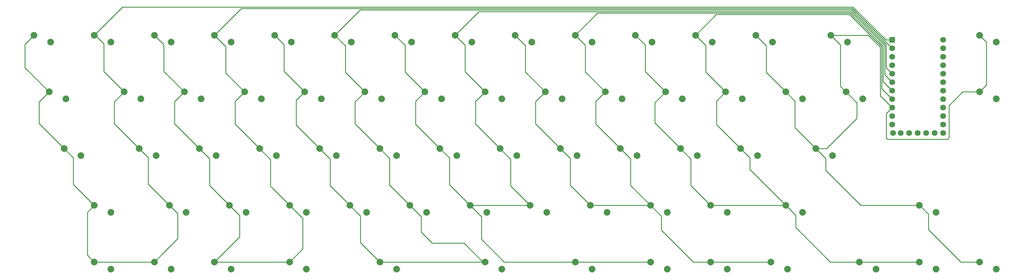
<source format=gtl>
%TF.GenerationSoftware,KiCad,Pcbnew,(6.0.1)*%
%TF.CreationDate,2022-02-09T02:20:10+01:00*%
%TF.ProjectId,choc660,63686f63-3636-4302-9e6b-696361645f70,rev?*%
%TF.SameCoordinates,Original*%
%TF.FileFunction,Copper,L1,Top*%
%TF.FilePolarity,Positive*%
%FSLAX46Y46*%
G04 Gerber Fmt 4.6, Leading zero omitted, Abs format (unit mm)*
G04 Created by KiCad (PCBNEW (6.0.1)) date 2022-02-09 02:20:10*
%MOMM*%
%LPD*%
G01*
G04 APERTURE LIST*
%TA.AperFunction,ComponentPad*%
%ADD10C,2.000000*%
%TD*%
%TA.AperFunction,ComponentPad*%
%ADD11R,1.752600X1.752600*%
%TD*%
%TA.AperFunction,ComponentPad*%
%ADD12C,1.752600*%
%TD*%
%TA.AperFunction,Conductor*%
%ADD13C,0.254000*%
%TD*%
G04 APERTURE END LIST*
D10*
%TO.P,SW26,1,1*%
%TO.N,Net-(D26-Pad2)*%
X162797500Y-95700000D03*
%TO.P,SW26,2,2*%
%TO.N,C2*%
X157797500Y-93600000D03*
%TD*%
%TO.P,SW18,1,1*%
%TO.N,Net-(D18-Pad2)*%
X140297500Y-129700000D03*
%TO.P,SW18,2,2*%
%TO.N,C1*%
X135297500Y-127600000D03*
%TD*%
%TO.P,SW25,1,1*%
%TO.N,Net-(D25-Pad2)*%
X176297500Y-163700000D03*
%TO.P,SW25,2,2*%
%TO.N,C2*%
X171297500Y-161600000D03*
%TD*%
%TO.P,SW54,1,1*%
%TO.N,Net-(D54-Pad2)*%
X275297500Y-146700000D03*
%TO.P,SW54,2,2*%
%TO.N,C5*%
X270297500Y-144600000D03*
%TD*%
%TO.P,SW45,1,1*%
%TO.N,Net-(D45-Pad2)*%
X275297500Y-163700000D03*
%TO.P,SW45,2,2*%
%TO.N,C4*%
X270297500Y-161600000D03*
%TD*%
%TO.P,SW63,1,1*%
%TO.N,Net-(D63-Pad2)*%
X306797500Y-129700000D03*
%TO.P,SW63,2,2*%
%TO.N,C6*%
X301797500Y-127600000D03*
%TD*%
%TO.P,SW55,1,1*%
%TO.N,Net-(D55-Pad2)*%
X319797500Y-163700000D03*
%TO.P,SW55,2,2*%
%TO.N,C5*%
X314797500Y-161600000D03*
%TD*%
%TO.P,SW35,1,1*%
%TO.N,Net-(D35-Pad2)*%
X234797500Y-163700000D03*
%TO.P,SW35,2,2*%
%TO.N,C3*%
X229797500Y-161600000D03*
%TD*%
%TO.P,SW61,1,1*%
%TO.N,Net-(D61-Pad2)*%
X288797500Y-95700000D03*
%TO.P,SW61,2,2*%
%TO.N,C6*%
X283797500Y-93600000D03*
%TD*%
%TO.P,SW64,1,1*%
%TO.N,Net-(D64-Pad2)*%
X337797500Y-146700000D03*
%TO.P,SW64,2,2*%
%TO.N,C6*%
X332797500Y-144600000D03*
%TD*%
%TO.P,SW11,1,1*%
%TO.N,Net-(D11-Pad2)*%
X108797500Y-95700000D03*
%TO.P,SW11,2,2*%
%TO.N,C1*%
X103797500Y-93600000D03*
%TD*%
%TO.P,SW49,1,1*%
%TO.N,Net-(D49-Pad2)*%
X257297500Y-146700000D03*
%TO.P,SW49,2,2*%
%TO.N,C4*%
X252297500Y-144600000D03*
%TD*%
%TO.P,SW19,1,1*%
%TO.N,Net-(D19-Pad2)*%
X149297500Y-146700000D03*
%TO.P,SW19,2,2*%
%TO.N,C1*%
X144297500Y-144600000D03*
%TD*%
%TO.P,SW31,1,1*%
%TO.N,Net-(D31-Pad2)*%
X180797500Y-95700000D03*
%TO.P,SW31,2,2*%
%TO.N,C3*%
X175797500Y-93600000D03*
%TD*%
%TO.P,SW17,1,1*%
%TO.N,Net-(D17-Pad2)*%
X135797500Y-112700000D03*
%TO.P,SW17,2,2*%
%TO.N,C1*%
X130797500Y-110600000D03*
%TD*%
%TO.P,SW16,1,1*%
%TO.N,Net-(D16-Pad2)*%
X126797500Y-95700000D03*
%TO.P,SW16,2,2*%
%TO.N,C1*%
X121797500Y-93600000D03*
%TD*%
%TO.P,SW66,1,1*%
%TO.N,Net-(D66-Pad2)*%
X311297500Y-95700000D03*
%TO.P,SW66,2,2*%
%TO.N,C6*%
X306297500Y-93600000D03*
%TD*%
%TO.P,SW32,1,1*%
%TO.N,Net-(D32-Pad2)*%
X189797500Y-112700000D03*
%TO.P,SW32,2,2*%
%TO.N,C3*%
X184797500Y-110600000D03*
%TD*%
%TO.P,SW62,1,1*%
%TO.N,Net-(D62-Pad2)*%
X297797500Y-112700000D03*
%TO.P,SW62,2,2*%
%TO.N,C6*%
X292797500Y-110600000D03*
%TD*%
%TO.P,SW47,1,1*%
%TO.N,Net-(D47-Pad2)*%
X243797500Y-112700000D03*
%TO.P,SW47,2,2*%
%TO.N,C4*%
X238797500Y-110600000D03*
%TD*%
%TO.P,SW34,1,1*%
%TO.N,Net-(D34-Pad2)*%
X203297500Y-146700000D03*
%TO.P,SW34,2,2*%
%TO.N,C3*%
X198297500Y-144600000D03*
%TD*%
%TO.P,SW52,1,1*%
%TO.N,Net-(D52-Pad2)*%
X261797500Y-112700000D03*
%TO.P,SW52,2,2*%
%TO.N,C5*%
X256797500Y-110600000D03*
%TD*%
%TO.P,SW20,1,1*%
%TO.N,Net-(D20-Pad2)*%
X149297500Y-163700000D03*
%TO.P,SW20,2,2*%
%TO.N,C1*%
X144297500Y-161600000D03*
%TD*%
%TO.P,SW38,1,1*%
%TO.N,Net-(D38-Pad2)*%
X212297500Y-129700000D03*
%TO.P,SW38,2,2*%
%TO.N,C3*%
X207297500Y-127600000D03*
%TD*%
%TO.P,SW56,1,1*%
%TO.N,Net-(D56-Pad2)*%
X270797500Y-95700000D03*
%TO.P,SW56,2,2*%
%TO.N,C5*%
X265797500Y-93600000D03*
%TD*%
%TO.P,SW2,1,1*%
%TO.N,Net-(D2-Pad2)*%
X77297500Y-112700000D03*
%TO.P,SW2,2,2*%
%TO.N,C0*%
X72297500Y-110600000D03*
%TD*%
%TO.P,SW43,1,1*%
%TO.N,Net-(D43-Pad2)*%
X230297500Y-129700000D03*
%TO.P,SW43,2,2*%
%TO.N,C4*%
X225297500Y-127600000D03*
%TD*%
%TO.P,SW7,1,1*%
%TO.N,Net-(D7-Pad2)*%
X99797500Y-112700000D03*
%TO.P,SW7,2,2*%
%TO.N,C0*%
X94797500Y-110600000D03*
%TD*%
%TO.P,SW12,1,1*%
%TO.N,Net-(D12-Pad2)*%
X117797500Y-112700000D03*
%TO.P,SW12,2,2*%
%TO.N,C1*%
X112797500Y-110600000D03*
%TD*%
%TO.P,SW58,1,1*%
%TO.N,Net-(D58-Pad2)*%
X284297500Y-129700000D03*
%TO.P,SW58,2,2*%
%TO.N,C5*%
X279297500Y-127600000D03*
%TD*%
%TO.P,SW22,1,1*%
%TO.N,Net-(D22-Pad2)*%
X153797500Y-112700000D03*
%TO.P,SW22,2,2*%
%TO.N,C2*%
X148797500Y-110600000D03*
%TD*%
%TO.P,SW1,1,1*%
%TO.N,Net-(D1-Pad2)*%
X72797500Y-95700000D03*
%TO.P,SW1,2,2*%
%TO.N,C0*%
X67797500Y-93600000D03*
%TD*%
%TO.P,SW10,1,1*%
%TO.N,Net-(D10-Pad2)*%
X108797500Y-163700000D03*
%TO.P,SW10,2,2*%
%TO.N,C0*%
X103797500Y-161600000D03*
%TD*%
%TO.P,SW24,1,1*%
%TO.N,Net-(D24-Pad2)*%
X167297500Y-146700000D03*
%TO.P,SW24,2,2*%
%TO.N,C2*%
X162297500Y-144600000D03*
%TD*%
%TO.P,SW30,1,1*%
%TO.N,Net-(D30-Pad2)*%
X207797500Y-163700000D03*
%TO.P,SW30,2,2*%
%TO.N,C2*%
X202797500Y-161600000D03*
%TD*%
%TO.P,SW67,1,1*%
%TO.N,Net-(D67-Pad2)*%
X315797500Y-112700000D03*
%TO.P,SW67,2,2*%
%TO.N,C6*%
X310797500Y-110600000D03*
%TD*%
%TO.P,SW44,1,1*%
%TO.N,Net-(D44-Pad2)*%
X239297500Y-146700000D03*
%TO.P,SW44,2,2*%
%TO.N,C4*%
X234297500Y-144600000D03*
%TD*%
%TO.P,SW50,1,1*%
%TO.N,Net-(D50-Pad2)*%
X293297500Y-163700000D03*
%TO.P,SW50,2,2*%
%TO.N,C4*%
X288297500Y-161600000D03*
%TD*%
%TO.P,SW29,1,1*%
%TO.N,Net-(D29-Pad2)*%
X185297500Y-146700000D03*
%TO.P,SW29,2,2*%
%TO.N,C2*%
X180297500Y-144600000D03*
%TD*%
%TO.P,SW28,1,1*%
%TO.N,Net-(D28-Pad2)*%
X176297500Y-129700000D03*
%TO.P,SW28,2,2*%
%TO.N,C2*%
X171297500Y-127600000D03*
%TD*%
%TO.P,SW40,1,1*%
%TO.N,Net-(D40-Pad2)*%
X257297500Y-163700000D03*
%TO.P,SW40,2,2*%
%TO.N,C3*%
X252297500Y-161600000D03*
%TD*%
%TO.P,SW13,1,1*%
%TO.N,Net-(D13-Pad2)*%
X122297500Y-129700000D03*
%TO.P,SW13,2,2*%
%TO.N,C1*%
X117297500Y-127600000D03*
%TD*%
%TO.P,SW68,1,1*%
%TO.N,Net-(D68-Pad2)*%
X355797500Y-95700000D03*
%TO.P,SW68,2,2*%
%TO.N,C6*%
X350797500Y-93600000D03*
%TD*%
%TO.P,SW59,1,1*%
%TO.N,Net-(D59-Pad2)*%
X297797500Y-146700000D03*
%TO.P,SW59,2,2*%
%TO.N,C5*%
X292797500Y-144600000D03*
%TD*%
%TO.P,SW37,1,1*%
%TO.N,Net-(D37-Pad2)*%
X207797500Y-112700000D03*
%TO.P,SW37,2,2*%
%TO.N,C3*%
X202797500Y-110600000D03*
%TD*%
%TO.P,SW3,1,1*%
%TO.N,Net-(D3-Pad2)*%
X81797500Y-129700000D03*
%TO.P,SW3,2,2*%
%TO.N,C0*%
X76797500Y-127600000D03*
%TD*%
%TO.P,SW53,1,1*%
%TO.N,Net-(D53-Pad2)*%
X266297500Y-129700000D03*
%TO.P,SW53,2,2*%
%TO.N,C5*%
X261297500Y-127600000D03*
%TD*%
%TO.P,SW60,1,1*%
%TO.N,Net-(D60-Pad2)*%
X337797500Y-163700000D03*
%TO.P,SW60,2,2*%
%TO.N,C5*%
X332797500Y-161600000D03*
%TD*%
%TO.P,SW6,1,1*%
%TO.N,Net-(D6-Pad2)*%
X90797500Y-95700000D03*
%TO.P,SW6,2,2*%
%TO.N,C0*%
X85797500Y-93600000D03*
%TD*%
%TO.P,SW51,1,1*%
%TO.N,Net-(D51-Pad2)*%
X252797500Y-95700000D03*
%TO.P,SW51,2,2*%
%TO.N,C5*%
X247797500Y-93600000D03*
%TD*%
%TO.P,SW46,1,1*%
%TO.N,Net-(D46-Pad2)*%
X234797500Y-95700000D03*
%TO.P,SW46,2,2*%
%TO.N,C4*%
X229797500Y-93600000D03*
%TD*%
%TO.P,SW57,1,1*%
%TO.N,Net-(D57-Pad2)*%
X279797500Y-112700000D03*
%TO.P,SW57,2,2*%
%TO.N,C5*%
X274797500Y-110600000D03*
%TD*%
%TO.P,SW33,1,1*%
%TO.N,Net-(D33-Pad2)*%
X194297500Y-129700000D03*
%TO.P,SW33,2,2*%
%TO.N,C3*%
X189297500Y-127600000D03*
%TD*%
%TO.P,SW42,1,1*%
%TO.N,Net-(D42-Pad2)*%
X225797500Y-112700000D03*
%TO.P,SW42,2,2*%
%TO.N,C4*%
X220797500Y-110600000D03*
%TD*%
%TO.P,SW27,1,1*%
%TO.N,Net-(D27-Pad2)*%
X171797500Y-112700000D03*
%TO.P,SW27,2,2*%
%TO.N,C2*%
X166797500Y-110600000D03*
%TD*%
%TO.P,SW36,1,1*%
%TO.N,Net-(D36-Pad2)*%
X198797500Y-95700000D03*
%TO.P,SW36,2,2*%
%TO.N,C3*%
X193797500Y-93600000D03*
%TD*%
%TO.P,SW5,1,1*%
%TO.N,Net-(D5-Pad2)*%
X90797500Y-163700000D03*
%TO.P,SW5,2,2*%
%TO.N,C0*%
X85797500Y-161600000D03*
%TD*%
%TO.P,SW14,1,1*%
%TO.N,Net-(D14-Pad2)*%
X131297500Y-146700000D03*
%TO.P,SW14,2,2*%
%TO.N,C1*%
X126297500Y-144600000D03*
%TD*%
%TO.P,SW8,1,1*%
%TO.N,Net-(D8-Pad2)*%
X104297500Y-129700000D03*
%TO.P,SW8,2,2*%
%TO.N,C0*%
X99297500Y-127600000D03*
%TD*%
%TO.P,SW48,1,1*%
%TO.N,Net-(D48-Pad2)*%
X248297500Y-129700000D03*
%TO.P,SW48,2,2*%
%TO.N,C4*%
X243297500Y-127600000D03*
%TD*%
%TO.P,SW9,1,1*%
%TO.N,Net-(D9-Pad2)*%
X113297500Y-146700000D03*
%TO.P,SW9,2,2*%
%TO.N,C0*%
X108297500Y-144600000D03*
%TD*%
%TO.P,SW69,1,1*%
%TO.N,Net-(D69-Pad2)*%
X355797500Y-112700000D03*
%TO.P,SW69,2,2*%
%TO.N,C6*%
X350797500Y-110600000D03*
%TD*%
D11*
%TO.P,U1,1,TX0/PD3*%
%TO.N,C0*%
X324677500Y-95016750D03*
D12*
%TO.P,U1,2,RX1/PD2*%
%TO.N,C1*%
X324677500Y-97556750D03*
%TO.P,U1,3,GND*%
%TO.N,unconnected-(U1-Pad3)*%
X324677500Y-100096750D03*
%TO.P,U1,4,GND*%
%TO.N,unconnected-(U1-Pad4)*%
X324677500Y-102636750D03*
%TO.P,U1,5,2/PD1*%
%TO.N,C2*%
X324677500Y-105176750D03*
%TO.P,U1,6,3/PD0*%
%TO.N,C3*%
X324677500Y-107716750D03*
%TO.P,U1,7,4/PD4*%
%TO.N,C4*%
X324677500Y-110256750D03*
%TO.P,U1,8,5/PC6*%
%TO.N,C5*%
X324677500Y-112796750D03*
%TO.P,U1,9,6/PD7*%
%TO.N,C6*%
X324677500Y-115336750D03*
%TO.P,U1,10,7/PE6*%
%TO.N,R0*%
X324677500Y-117876750D03*
%TO.P,U1,11,8/PB4*%
%TO.N,R1*%
X324677500Y-120416750D03*
%TO.P,U1,12,9/PB5*%
%TO.N,R2*%
X324906100Y-122956750D03*
%TO.P,U1,13,10/PB6*%
%TO.N,R3*%
X339917500Y-122956750D03*
%TO.P,U1,14,16/PB2*%
%TO.N,R4*%
X339917500Y-120416750D03*
%TO.P,U1,15,14/PB3*%
%TO.N,R5*%
X339917500Y-117876750D03*
%TO.P,U1,16,15/PB1*%
%TO.N,R6*%
X339917500Y-115336750D03*
%TO.P,U1,17,A0/PF7*%
%TO.N,R7*%
X339917500Y-112796750D03*
%TO.P,U1,18,A1/PF6*%
%TO.N,R8*%
X339917500Y-110256750D03*
%TO.P,U1,19,A2/PF5*%
%TO.N,R9*%
X339917500Y-107716750D03*
%TO.P,U1,20,A3/PF4*%
%TO.N,unconnected-(U1-Pad20)*%
X339917500Y-105176750D03*
%TO.P,U1,21,VCC*%
%TO.N,unconnected-(U1-Pad21)*%
X339917500Y-102636750D03*
%TO.P,U1,22,RST*%
%TO.N,unconnected-(U1-Pad22)*%
X339917500Y-100096750D03*
%TO.P,U1,23,GND*%
%TO.N,unconnected-(U1-Pad23)*%
X339917500Y-97556750D03*
%TO.P,U1,24,B0*%
%TO.N,unconnected-(U1-Pad24)*%
X339917500Y-95016750D03*
%TO.P,U1,25,B7*%
%TO.N,unconnected-(U1-Pad25)*%
X327217500Y-122956750D03*
%TO.P,U1,26,D5*%
%TO.N,unconnected-(U1-Pad26)*%
X329757500Y-122956750D03*
%TO.P,U1,27,C7*%
%TO.N,unconnected-(U1-Pad27)*%
X332297500Y-122956750D03*
%TO.P,U1,28,F1*%
%TO.N,unconnected-(U1-Pad28)*%
X334837500Y-122956750D03*
%TO.P,U1,29,F0*%
%TO.N,unconnected-(U1-Pad29)*%
X337377500Y-122956750D03*
%TD*%
D10*
%TO.P,SW21,1,1*%
%TO.N,Net-(D21-Pad2)*%
X144797500Y-95700000D03*
%TO.P,SW21,2,2*%
%TO.N,C2*%
X139797500Y-93600000D03*
%TD*%
%TO.P,SW41,1,1*%
%TO.N,Net-(D41-Pad2)*%
X216797500Y-95700000D03*
%TO.P,SW41,2,2*%
%TO.N,C4*%
X211797500Y-93600000D03*
%TD*%
%TO.P,SW39,1,1*%
%TO.N,Net-(D39-Pad2)*%
X221297500Y-146700000D03*
%TO.P,SW39,2,2*%
%TO.N,C3*%
X216297500Y-144600000D03*
%TD*%
%TO.P,SW23,1,1*%
%TO.N,Net-(D23-Pad2)*%
X158297500Y-129700000D03*
%TO.P,SW23,2,2*%
%TO.N,C2*%
X153297500Y-127600000D03*
%TD*%
%TO.P,SW15,1,1*%
%TO.N,Net-(D15-Pad2)*%
X126797500Y-163700000D03*
%TO.P,SW15,2,2*%
%TO.N,C1*%
X121797500Y-161600000D03*
%TD*%
%TO.P,SW65,1,1*%
%TO.N,Net-(D65-Pad2)*%
X355797500Y-163700000D03*
%TO.P,SW65,2,2*%
%TO.N,C6*%
X350797500Y-161600000D03*
%TD*%
%TO.P,SW4,1,1*%
%TO.N,Net-(D4-Pad2)*%
X90797500Y-146700000D03*
%TO.P,SW4,2,2*%
%TO.N,C0*%
X85797500Y-144600000D03*
%TD*%
D13*
%TO.N,C0*%
X94270480Y-85127020D02*
X85797500Y-93600000D01*
X312889144Y-85127020D02*
X94270480Y-85127020D01*
X324677500Y-95016750D02*
X322778874Y-95016750D01*
X322778874Y-95016750D02*
X312889144Y-85127020D01*
%TO.N,C6*%
X341250000Y-124750000D02*
X323200000Y-124750000D01*
X322900000Y-124450000D02*
X322900000Y-117114250D01*
X341675000Y-114675000D02*
X341675000Y-124325000D01*
X350797500Y-110600000D02*
X345750000Y-110600000D01*
X345750000Y-110600000D02*
X341675000Y-114675000D01*
X341675000Y-124325000D02*
X341250000Y-124750000D01*
X323200000Y-124750000D02*
X322900000Y-124450000D01*
X322900000Y-117114250D02*
X324677500Y-115336750D01*
%TO.N,C3*%
X192100000Y-130402500D02*
X192100000Y-138402500D01*
X192100000Y-138402500D02*
X198297500Y-144600000D01*
%TO.N,C1*%
X117297500Y-127600000D02*
X109850000Y-120152500D01*
X120350000Y-130652500D02*
X117297500Y-127600000D01*
%TO.N,C6*%
X314075000Y-118525000D02*
X314075000Y-113650000D01*
X305000000Y-127600000D02*
X314075000Y-118525000D01*
X314075000Y-113650000D02*
X313847500Y-113650000D01*
X313847500Y-113650000D02*
X310797500Y-110600000D01*
X301797500Y-127600000D02*
X305000000Y-127600000D01*
X345175000Y-161600000D02*
X350797500Y-161600000D01*
X335450000Y-147252500D02*
X335450000Y-151875000D01*
X332797500Y-144600000D02*
X335450000Y-147252500D01*
X335450000Y-151875000D02*
X345175000Y-161600000D01*
X304750000Y-130552500D02*
X304750000Y-134125000D01*
X301797500Y-127600000D02*
X304750000Y-130552500D01*
X304750000Y-134125000D02*
X315225000Y-144600000D01*
X315225000Y-144600000D02*
X332797500Y-144600000D01*
X295525000Y-121327500D02*
X301797500Y-127600000D01*
X295525000Y-113327500D02*
X295525000Y-121327500D01*
X292797500Y-110600000D02*
X295525000Y-113327500D01*
X309175000Y-96477500D02*
X309175000Y-108977500D01*
X309175000Y-108977500D02*
X310797500Y-110600000D01*
X306297500Y-93600000D02*
X309175000Y-96477500D01*
X286950000Y-104752500D02*
X292797500Y-110600000D01*
X283797500Y-93600000D02*
X286950000Y-96752500D01*
X286950000Y-96752500D02*
X286950000Y-104752500D01*
%TO.N,C5*%
X268850000Y-104652500D02*
X274797500Y-110600000D01*
X268850000Y-96652500D02*
X268850000Y-104652500D01*
X265797500Y-93600000D02*
X268850000Y-96652500D01*
X314797500Y-161600000D02*
X332797500Y-161600000D01*
X306100000Y-161600000D02*
X314797500Y-161600000D01*
X295725000Y-151225000D02*
X306100000Y-161600000D01*
X295725000Y-147527500D02*
X295725000Y-151225000D01*
X292797500Y-144600000D02*
X295725000Y-147527500D01*
X282050000Y-130352500D02*
X282050000Y-134000000D01*
X279297500Y-127600000D02*
X282050000Y-130352500D01*
X282050000Y-134000000D02*
X282197500Y-134000000D01*
X282197500Y-134000000D02*
X292797500Y-144600000D01*
X272075000Y-120377500D02*
X279297500Y-127600000D01*
X272075000Y-113322500D02*
X272075000Y-120377500D01*
X274797500Y-110600000D02*
X272075000Y-113322500D01*
X264375000Y-138677500D02*
X270297500Y-144600000D01*
X264375000Y-130677500D02*
X264375000Y-138677500D01*
X261297500Y-127600000D02*
X264375000Y-130677500D01*
X270297500Y-144600000D02*
X292797500Y-144600000D01*
%TO.N,C4*%
X243297500Y-127600000D02*
X246350000Y-130652500D01*
X246350000Y-130652500D02*
X246350000Y-138652500D01*
X246350000Y-138652500D02*
X252297500Y-144600000D01*
%TO.N,C5*%
X253575000Y-113822500D02*
X253575000Y-119877500D01*
X253575000Y-119877500D02*
X261297500Y-127600000D01*
X256797500Y-110600000D02*
X253575000Y-113822500D01*
X250700000Y-96502500D02*
X250700000Y-104502500D01*
X247797500Y-93600000D02*
X250700000Y-96502500D01*
X250700000Y-104502500D02*
X256797500Y-110600000D01*
%TO.N,C4*%
X270297500Y-161600000D02*
X288297500Y-161600000D01*
X255575000Y-152025000D02*
X265150000Y-161600000D01*
X255575000Y-147877500D02*
X255575000Y-152025000D01*
X265150000Y-161600000D02*
X270297500Y-161600000D01*
X252297500Y-144600000D02*
X255575000Y-147877500D01*
X234297500Y-144600000D02*
X252297500Y-144600000D01*
X228250000Y-138552500D02*
X234297500Y-144600000D01*
X228250000Y-130552500D02*
X228250000Y-138552500D01*
X225297500Y-127600000D02*
X228250000Y-130552500D01*
X235950000Y-120252500D02*
X243297500Y-127600000D01*
X238797500Y-110600000D02*
X235950000Y-113447500D01*
X235950000Y-113447500D02*
X235950000Y-120252500D01*
X217850000Y-120152500D02*
X225297500Y-127600000D01*
X217850000Y-113547500D02*
X217850000Y-120152500D01*
X220797500Y-110600000D02*
X217850000Y-113547500D01*
X232800000Y-96602500D02*
X232800000Y-104602500D01*
X229797500Y-93600000D02*
X232800000Y-96602500D01*
X232800000Y-104602500D02*
X238797500Y-110600000D01*
X214850000Y-96652500D02*
X214850000Y-104652500D01*
X214850000Y-104652500D02*
X220797500Y-110600000D01*
X211797500Y-93600000D02*
X214850000Y-96652500D01*
%TO.N,C3*%
X193797500Y-93600000D02*
X196775000Y-96577500D01*
X196775000Y-96577500D02*
X196775000Y-104577500D01*
X196775000Y-104577500D02*
X202797500Y-110600000D01*
X199925000Y-120227500D02*
X207297500Y-127600000D01*
X199925000Y-113472500D02*
X199925000Y-120227500D01*
X202797500Y-110600000D02*
X199925000Y-113472500D01*
X210450000Y-138752500D02*
X216297500Y-144600000D01*
X210450000Y-130752500D02*
X210450000Y-138752500D01*
X207297500Y-127600000D02*
X210450000Y-130752500D01*
X216297500Y-144600000D02*
X198297500Y-144600000D01*
X229797500Y-161600000D02*
X252297500Y-161600000D01*
X208500000Y-161600000D02*
X229797500Y-161600000D01*
X201675000Y-147977500D02*
X201675000Y-154775000D01*
X201675000Y-154775000D02*
X208500000Y-161600000D01*
X198297500Y-144600000D02*
X201675000Y-147977500D01*
X189297500Y-127600000D02*
X192100000Y-130402500D01*
X181975000Y-120277500D02*
X189297500Y-127600000D01*
X181975000Y-113422500D02*
X181975000Y-120277500D01*
X184797500Y-110600000D02*
X181975000Y-113422500D01*
X178825000Y-104627500D02*
X184797500Y-110600000D01*
X178825000Y-96627500D02*
X178825000Y-104627500D01*
X175797500Y-93600000D02*
X178825000Y-96627500D01*
%TO.N,C2*%
X160950000Y-96752500D02*
X157797500Y-93600000D01*
X160950000Y-104752500D02*
X160950000Y-96752500D01*
X166797500Y-110600000D02*
X160950000Y-104752500D01*
X163825000Y-120127500D02*
X171297500Y-127600000D01*
X166797500Y-110600000D02*
X163825000Y-113572500D01*
X163825000Y-113572500D02*
X163825000Y-120127500D01*
X174200000Y-130502500D02*
X174200000Y-138502500D01*
X174200000Y-138502500D02*
X180297500Y-144600000D01*
X171297500Y-127600000D02*
X174200000Y-130502500D01*
X183650000Y-147952500D02*
X180297500Y-144600000D01*
X183650000Y-152625000D02*
X183650000Y-147952500D01*
X187000000Y-155975000D02*
X183650000Y-152625000D01*
X196537936Y-155975000D02*
X187000000Y-155975000D01*
X202162936Y-161600000D02*
X196537936Y-155975000D01*
X202797500Y-161600000D02*
X202162936Y-161600000D01*
X171297500Y-161600000D02*
X202797500Y-161600000D01*
X165500000Y-155802500D02*
X171297500Y-161600000D01*
X164374021Y-146724021D02*
X165500000Y-147850000D01*
X165500000Y-147850000D02*
X165500000Y-155802500D01*
X164374021Y-146676521D02*
X164374021Y-146724021D01*
X162297500Y-144600000D02*
X164374021Y-146676521D01*
X156400000Y-130702500D02*
X156400000Y-138702500D01*
X156400000Y-138702500D02*
X162297500Y-144600000D01*
X153297500Y-127600000D02*
X156400000Y-130702500D01*
X146275000Y-113122500D02*
X146275000Y-120577500D01*
X148797500Y-110600000D02*
X146275000Y-113122500D01*
X146275000Y-120577500D02*
X153297500Y-127600000D01*
X142600000Y-104402500D02*
X148797500Y-110600000D01*
X142600000Y-96402500D02*
X142600000Y-104402500D01*
X139797500Y-93600000D02*
X142600000Y-96402500D01*
%TO.N,C1*%
X125175000Y-96977500D02*
X121797500Y-93600000D01*
X125175000Y-104977500D02*
X125175000Y-96977500D01*
X130797500Y-110600000D02*
X125175000Y-104977500D01*
X127925000Y-120227500D02*
X135297500Y-127600000D01*
X127925000Y-113472500D02*
X127925000Y-120227500D01*
X130797500Y-110600000D02*
X127925000Y-113472500D01*
X138575000Y-138900000D02*
X138575000Y-130877500D01*
X139102500Y-139427500D02*
X138575000Y-138900000D01*
X138575000Y-130877500D02*
X135297500Y-127600000D01*
X139125000Y-139427500D02*
X139102500Y-139427500D01*
X144297500Y-144600000D02*
X139125000Y-139427500D01*
X148225000Y-148527500D02*
X144297500Y-144600000D01*
X148225000Y-157672500D02*
X148225000Y-148527500D01*
X144297500Y-161600000D02*
X148225000Y-157672500D01*
X121797500Y-161600000D02*
X144297500Y-161600000D01*
X129325000Y-154072500D02*
X121797500Y-161600000D01*
X126297500Y-144600000D02*
X129325000Y-147627500D01*
X129325000Y-147627500D02*
X129325000Y-154072500D01*
X120350000Y-138652500D02*
X126297500Y-144600000D01*
X120350000Y-130652500D02*
X120350000Y-138652500D01*
X109850000Y-113547500D02*
X109850000Y-120152500D01*
X112797500Y-110600000D02*
X109850000Y-113547500D01*
X106625000Y-96427500D02*
X106625000Y-104427500D01*
X106625000Y-104427500D02*
X112797500Y-110600000D01*
X103797500Y-93600000D02*
X106625000Y-96427500D01*
%TO.N,C0*%
X88675000Y-104477500D02*
X94797500Y-110600000D01*
X88675000Y-96150000D02*
X88675000Y-104477500D01*
X86025000Y-93600000D02*
X86075000Y-93550000D01*
X86075000Y-93550000D02*
X88675000Y-96150000D01*
X85797500Y-93600000D02*
X86025000Y-93600000D01*
X91800000Y-120102500D02*
X99297500Y-127600000D01*
X91800000Y-113597500D02*
X91800000Y-120102500D01*
X94797500Y-110600000D02*
X91800000Y-113597500D01*
X101975000Y-138277500D02*
X108297500Y-144600000D01*
X101975000Y-130277500D02*
X101975000Y-138277500D01*
X99297500Y-127600000D02*
X101975000Y-130277500D01*
X110775000Y-147077500D02*
X108297500Y-144600000D01*
X110775000Y-154600000D02*
X110775000Y-147077500D01*
X106220979Y-159154021D02*
X110775000Y-154600000D01*
X106220979Y-159176521D02*
X106220979Y-159154021D01*
X103797500Y-161600000D02*
X106220979Y-159176521D01*
X85797500Y-161600000D02*
X103797500Y-161600000D01*
X83720979Y-159523479D02*
X85797500Y-161600000D01*
X83720979Y-146676521D02*
X83720979Y-159523479D01*
X85797500Y-144600000D02*
X83720979Y-146676521D01*
X79550000Y-138352500D02*
X85797500Y-144600000D01*
X76797500Y-127600000D02*
X79550000Y-130352500D01*
X79550000Y-130352500D02*
X79550000Y-138352500D01*
X69275000Y-113622500D02*
X69275000Y-120077500D01*
X69275000Y-120077500D02*
X76797500Y-127600000D01*
X72297500Y-110600000D02*
X69275000Y-113622500D01*
X65025000Y-103327500D02*
X72297500Y-110600000D01*
X67797500Y-93600000D02*
X65025000Y-96372500D01*
X65025000Y-96372500D02*
X65025000Y-103327500D01*
%TO.N,C1*%
X121797500Y-93600000D02*
X129816960Y-85580540D01*
X129816960Y-85580540D02*
X312701290Y-85580540D01*
X312701290Y-85580540D02*
X324677500Y-97556750D01*
%TO.N,C2*%
X157797500Y-93600000D02*
X165363440Y-86034060D01*
X312513436Y-86034060D02*
X322875000Y-96395624D01*
X322875000Y-103374250D02*
X324677500Y-105176750D01*
X322875000Y-96395624D02*
X322875000Y-103374250D01*
X165363440Y-86034060D02*
X312513436Y-86034060D01*
%TO.N,C3*%
X200909920Y-86487580D02*
X312325582Y-86487580D01*
X312325582Y-86487580D02*
X322421480Y-96583478D01*
X193797500Y-93600000D02*
X200909920Y-86487580D01*
X322421480Y-105460730D02*
X324677500Y-107716750D01*
X322421480Y-96583478D02*
X322421480Y-105460730D01*
%TO.N,C4*%
X229797500Y-93600000D02*
X236456400Y-86941100D01*
X321950000Y-96825000D02*
X321950000Y-107529250D01*
X312066100Y-86941100D02*
X321950000Y-96825000D01*
X236456400Y-86941100D02*
X312066100Y-86941100D01*
X321950000Y-107529250D02*
X324677500Y-110256750D01*
%TO.N,C5*%
X321496480Y-109615730D02*
X324677500Y-112796750D01*
X321496480Y-97012854D02*
X321496480Y-109615730D01*
X311878246Y-87394620D02*
X321496480Y-97012854D01*
X265797500Y-93600000D02*
X272002880Y-87394620D01*
X272002880Y-87394620D02*
X311878246Y-87394620D01*
%TO.N,C6*%
X352874021Y-95676521D02*
X350797500Y-93600000D01*
X306297500Y-93600000D02*
X317442252Y-93600000D01*
X352874021Y-108523479D02*
X352874021Y-95676521D01*
X350797500Y-110600000D02*
X352874021Y-108523479D01*
X321042960Y-111702210D02*
X324677500Y-115336750D01*
X321042960Y-97200708D02*
X321042960Y-111702210D01*
X317442252Y-93600000D02*
X321042960Y-97200708D01*
%TD*%
M02*

</source>
